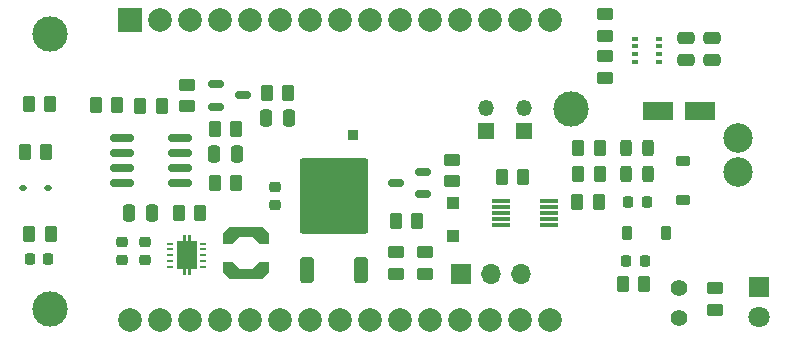
<source format=gbr>
%TF.GenerationSoftware,KiCad,Pcbnew,(7.0.0)*%
%TF.CreationDate,2023-04-17T14:45:16+03:00*%
%TF.ProjectId,sensor_system,73656e73-6f72-45f7-9379-7374656d2e6b,rev?*%
%TF.SameCoordinates,Original*%
%TF.FileFunction,Soldermask,Top*%
%TF.FilePolarity,Negative*%
%FSLAX46Y46*%
G04 Gerber Fmt 4.6, Leading zero omitted, Abs format (unit mm)*
G04 Created by KiCad (PCBNEW (7.0.0)) date 2023-04-17 14:45:16*
%MOMM*%
%LPD*%
G01*
G04 APERTURE LIST*
G04 Aperture macros list*
%AMRoundRect*
0 Rectangle with rounded corners*
0 $1 Rounding radius*
0 $2 $3 $4 $5 $6 $7 $8 $9 X,Y pos of 4 corners*
0 Add a 4 corners polygon primitive as box body*
4,1,4,$2,$3,$4,$5,$6,$7,$8,$9,$2,$3,0*
0 Add four circle primitives for the rounded corners*
1,1,$1+$1,$2,$3*
1,1,$1+$1,$4,$5*
1,1,$1+$1,$6,$7*
1,1,$1+$1,$8,$9*
0 Add four rect primitives between the rounded corners*
20,1,$1+$1,$2,$3,$4,$5,0*
20,1,$1+$1,$4,$5,$6,$7,0*
20,1,$1+$1,$6,$7,$8,$9,0*
20,1,$1+$1,$8,$9,$2,$3,0*%
%AMFreePoly0*
4,1,21,-0.125000,1.200000,0.125000,1.200000,0.125000,1.700000,0.375000,1.700000,0.375000,1.200000,0.825000,1.200000,0.825000,-1.200000,0.375000,-1.200000,0.375000,-1.700000,0.125000,-1.700000,0.125000,-1.200000,-0.125000,-1.200000,-0.125000,-1.700000,-0.375000,-1.700000,-0.375000,-1.200000,-0.825000,-1.200000,-0.825000,1.200000,-0.375000,1.200000,-0.375000,1.700000,-0.125000,1.700000,
-0.125000,1.200000,-0.125000,1.200000,$1*%
%AMFreePoly1*
4,1,11,1.015000,1.170000,0.435000,0.575000,0.435000,-0.575000,1.015000,-1.170000,1.015000,-1.945000,0.125000,-1.945000,-0.435000,-1.395000,-0.435000,1.395000,0.125000,1.945000,1.015000,1.945000,1.015000,1.170000,1.015000,1.170000,$1*%
%AMFreePoly2*
4,1,11,0.435000,1.395000,0.435000,-1.395000,-0.125000,-1.945000,-1.015000,-1.945000,-1.015000,-1.170000,-0.435000,-0.575000,-0.435000,0.575000,-1.015000,1.170000,-1.015000,1.945000,-0.125000,1.945000,0.435000,1.395000,0.435000,1.395000,$1*%
G04 Aperture macros list end*
%ADD10R,0.850000X0.850000*%
%ADD11RoundRect,0.250000X0.262500X0.450000X-0.262500X0.450000X-0.262500X-0.450000X0.262500X-0.450000X0*%
%ADD12RoundRect,0.250000X-0.450000X0.262500X-0.450000X-0.262500X0.450000X-0.262500X0.450000X0.262500X0*%
%ADD13R,1.498600X0.304800*%
%ADD14RoundRect,0.225000X0.375000X-0.225000X0.375000X0.225000X-0.375000X0.225000X-0.375000X-0.225000X0*%
%ADD15RoundRect,0.250000X-0.262500X-0.450000X0.262500X-0.450000X0.262500X0.450000X-0.262500X0.450000X0*%
%ADD16RoundRect,0.250000X0.475000X-0.250000X0.475000X0.250000X-0.475000X0.250000X-0.475000X-0.250000X0*%
%ADD17RoundRect,0.225000X-0.225000X-0.375000X0.225000X-0.375000X0.225000X0.375000X-0.225000X0.375000X0*%
%ADD18RoundRect,0.225000X0.250000X-0.225000X0.250000X0.225000X-0.250000X0.225000X-0.250000X-0.225000X0*%
%ADD19C,3.000000*%
%ADD20R,0.500000X0.350000*%
%ADD21R,1.700000X1.700000*%
%ADD22O,1.700000X1.700000*%
%ADD23RoundRect,0.243750X-0.243750X-0.456250X0.243750X-0.456250X0.243750X0.456250X-0.243750X0.456250X0*%
%ADD24RoundRect,0.250000X0.450000X-0.262500X0.450000X0.262500X-0.450000X0.262500X-0.450000X-0.262500X0*%
%ADD25RoundRect,0.250000X0.250000X0.475000X-0.250000X0.475000X-0.250000X-0.475000X0.250000X-0.475000X0*%
%ADD26R,1.350000X1.350000*%
%ADD27O,1.350000X1.350000*%
%ADD28C,1.400000*%
%ADD29RoundRect,0.250000X-0.250000X-0.475000X0.250000X-0.475000X0.250000X0.475000X-0.250000X0.475000X0*%
%ADD30R,0.600000X0.240000*%
%ADD31FreePoly0,180.000000*%
%ADD32RoundRect,0.218750X-0.218750X-0.256250X0.218750X-0.256250X0.218750X0.256250X-0.218750X0.256250X0*%
%ADD33FreePoly1,270.000000*%
%ADD34FreePoly2,270.000000*%
%ADD35RoundRect,0.250000X0.350000X-0.850000X0.350000X0.850000X-0.350000X0.850000X-0.350000X-0.850000X0*%
%ADD36RoundRect,0.249997X2.650003X-2.950003X2.650003X2.950003X-2.650003X2.950003X-2.650003X-2.950003X0*%
%ADD37RoundRect,0.150000X-0.512500X-0.150000X0.512500X-0.150000X0.512500X0.150000X-0.512500X0.150000X0*%
%ADD38RoundRect,0.225000X-0.225000X-0.250000X0.225000X-0.250000X0.225000X0.250000X-0.225000X0.250000X0*%
%ADD39RoundRect,0.250000X0.300000X-0.300000X0.300000X0.300000X-0.300000X0.300000X-0.300000X-0.300000X0*%
%ADD40R,1.800000X1.800000*%
%ADD41C,1.800000*%
%ADD42RoundRect,0.112500X0.187500X0.112500X-0.187500X0.112500X-0.187500X-0.112500X0.187500X-0.112500X0*%
%ADD43RoundRect,0.250000X-1.050000X-0.550000X1.050000X-0.550000X1.050000X0.550000X-1.050000X0.550000X0*%
%ADD44RoundRect,0.218750X0.218750X0.256250X-0.218750X0.256250X-0.218750X-0.256250X0.218750X-0.256250X0*%
%ADD45RoundRect,0.150000X0.512500X0.150000X-0.512500X0.150000X-0.512500X-0.150000X0.512500X-0.150000X0*%
%ADD46RoundRect,0.150000X-0.825000X-0.150000X0.825000X-0.150000X0.825000X0.150000X-0.825000X0.150000X0*%
%ADD47R,2.000000X2.000000*%
%ADD48C,2.000000*%
%ADD49C,2.500000*%
G04 APERTURE END LIST*
D10*
%TO.C,TP1*%
X123449999Y-35399999D03*
%TD*%
D11*
%TO.C,R3*%
X107312500Y-32900000D03*
X105487500Y-32900000D03*
%TD*%
D12*
%TO.C,R17*%
X144800000Y-28687500D03*
X144800000Y-30512500D03*
%TD*%
D13*
%TO.C,U3*%
X140107399Y-42940599D03*
X140107399Y-42457999D03*
X140107399Y-41949999D03*
X140107399Y-41441999D03*
X140107399Y-40959399D03*
X135992599Y-40959399D03*
X135992599Y-41441999D03*
X135992599Y-41949999D03*
X135992599Y-42457999D03*
X135992599Y-42940599D03*
%TD*%
D14*
%TO.C,D3*%
X151400000Y-40900000D03*
X151400000Y-37600000D03*
%TD*%
D15*
%TO.C,C7*%
X111787500Y-39450000D03*
X113612500Y-39450000D03*
%TD*%
D16*
%TO.C,C11*%
X151700000Y-29050000D03*
X151700000Y-27150000D03*
%TD*%
D11*
%TO.C,R5*%
X144362500Y-36450000D03*
X142537500Y-36450000D03*
%TD*%
D17*
%TO.C,D4*%
X146700000Y-43650000D03*
X150000000Y-43650000D03*
%TD*%
D18*
%TO.C,C13*%
X116900000Y-41275000D03*
X116900000Y-39725000D03*
%TD*%
D15*
%TO.C,R12*%
X127087500Y-42650000D03*
X128912500Y-42650000D03*
%TD*%
D19*
%TO.C,*%
X97850000Y-50100000D03*
%TD*%
D18*
%TO.C,C15*%
X105900000Y-45975000D03*
X105900000Y-44425000D03*
%TD*%
D20*
%TO.C,U4*%
X147349999Y-29149999D03*
X147349999Y-28499999D03*
X147349999Y-27849999D03*
X147349999Y-27199999D03*
X149399999Y-27199999D03*
X149399999Y-27849999D03*
X149399999Y-28499999D03*
X149399999Y-29149999D03*
%TD*%
D15*
%TO.C,R2*%
X95700000Y-36825000D03*
X97525000Y-36825000D03*
%TD*%
D21*
%TO.C,SW1*%
X132659999Y-47149999D03*
D22*
X135199999Y-47149999D03*
X137739999Y-47149999D03*
%TD*%
D23*
%TO.C,D6*%
X146562500Y-38700000D03*
X148437500Y-38700000D03*
%TD*%
D24*
%TO.C,R9*%
X129550000Y-47112500D03*
X129550000Y-45287500D03*
%TD*%
D11*
%TO.C,R7*%
X144312500Y-41000000D03*
X142487500Y-41000000D03*
%TD*%
D25*
%TO.C,C10*%
X106450000Y-42000000D03*
X104550000Y-42000000D03*
%TD*%
D26*
%TO.C,TH1*%
X137999999Y-35049999D03*
D27*
X137999999Y-33049999D03*
%TD*%
D12*
%TO.C,R13*%
X154150000Y-48337500D03*
X154150000Y-50162500D03*
%TD*%
D15*
%TO.C,C6*%
X116187500Y-31800000D03*
X118012500Y-31800000D03*
%TD*%
D12*
%TO.C,C4*%
X109450000Y-31087500D03*
X109450000Y-32912500D03*
%TD*%
D28*
%TO.C,J2*%
X151050000Y-50850000D03*
X151050000Y-48310000D03*
%TD*%
D29*
%TO.C,C2*%
X111750000Y-37000000D03*
X113650000Y-37000000D03*
%TD*%
D11*
%TO.C,R6*%
X144362500Y-38700000D03*
X142537500Y-38700000D03*
%TD*%
D15*
%TO.C,R14*%
X146337500Y-47950000D03*
X148162500Y-47950000D03*
%TD*%
D19*
%TO.C,*%
X97850000Y-26800000D03*
%TD*%
D24*
%TO.C,R11*%
X131900000Y-39262500D03*
X131900000Y-37437500D03*
%TD*%
D18*
%TO.C,C14*%
X103900000Y-45975000D03*
X103900000Y-44425000D03*
%TD*%
D30*
%TO.C,U7*%
X110799999Y-46549999D03*
X110799999Y-46049999D03*
X110799999Y-45549999D03*
X110799999Y-45049999D03*
X110799999Y-44549999D03*
X107999999Y-44549999D03*
X107999999Y-45049999D03*
X107999999Y-45549999D03*
X107999999Y-46049999D03*
X107999999Y-46549999D03*
D31*
X109400000Y-45550000D03*
%TD*%
D32*
%TO.C,D7*%
X146762500Y-41000000D03*
X148337500Y-41000000D03*
%TD*%
D33*
%TO.C,L2*%
X114450000Y-43600000D03*
D34*
X114450000Y-47130000D03*
%TD*%
D16*
%TO.C,C12*%
X153900000Y-29050000D03*
X153900000Y-27150000D03*
%TD*%
D35*
%TO.C,Q2*%
X119590000Y-46800000D03*
D36*
X121870000Y-40500000D03*
D35*
X124150000Y-46800000D03*
%TD*%
D37*
%TO.C,U2*%
X111862500Y-31050000D03*
X111862500Y-32950000D03*
X114137500Y-32000000D03*
%TD*%
D15*
%TO.C,R4*%
X101687500Y-32800000D03*
X103512500Y-32800000D03*
%TD*%
D23*
%TO.C,D5*%
X146562500Y-36450000D03*
X148437500Y-36450000D03*
%TD*%
D24*
%TO.C,R15*%
X144800000Y-26962500D03*
X144800000Y-25137500D03*
%TD*%
D38*
%TO.C,C3*%
X96125000Y-45825000D03*
X97675000Y-45825000D03*
%TD*%
D39*
%TO.C,D8*%
X131950000Y-43950000D03*
X131950000Y-41150000D03*
%TD*%
D19*
%TO.C,*%
X141900000Y-33150000D03*
%TD*%
D40*
%TO.C,D9*%
X157899999Y-48229999D03*
D41*
X157900000Y-50770000D03*
%TD*%
D15*
%TO.C,R1*%
X96087500Y-43750000D03*
X97912500Y-43750000D03*
%TD*%
D42*
%TO.C,D1*%
X97662500Y-39825000D03*
X95562500Y-39825000D03*
%TD*%
D11*
%TO.C,R8*%
X137912500Y-38950000D03*
X136087500Y-38950000D03*
%TD*%
D43*
%TO.C,C9*%
X149300000Y-33350000D03*
X152900000Y-33350000D03*
%TD*%
D11*
%TO.C,R16*%
X110550000Y-41950000D03*
X108725000Y-41950000D03*
%TD*%
D26*
%TO.C,BT1*%
X134749999Y-35049999D03*
D27*
X134749999Y-33049999D03*
%TD*%
D44*
%TO.C,D10*%
X148187500Y-46050000D03*
X146612500Y-46050000D03*
%TD*%
D29*
%TO.C,C8*%
X116150000Y-33900000D03*
X118050000Y-33900000D03*
%TD*%
D15*
%TO.C,C5*%
X96037500Y-32700000D03*
X97862500Y-32700000D03*
%TD*%
D45*
%TO.C,Q1*%
X129400000Y-40350000D03*
X129400000Y-38450000D03*
X127125000Y-39400000D03*
%TD*%
D24*
%TO.C,R10*%
X127100000Y-47112500D03*
X127100000Y-45287500D03*
%TD*%
D15*
%TO.C,C1*%
X111787500Y-34850000D03*
X113612500Y-34850000D03*
%TD*%
D46*
%TO.C,U1*%
X103900000Y-35640000D03*
X103900000Y-36910000D03*
X103900000Y-38180000D03*
X103900000Y-39450000D03*
X108850000Y-39450000D03*
X108850000Y-38180000D03*
X108850000Y-36910000D03*
X108850000Y-35640000D03*
%TD*%
D47*
%TO.C,U5*%
X104609999Y-25629999D03*
D48*
X107150000Y-25630000D03*
X109690000Y-25630000D03*
X112230000Y-25630000D03*
X114770000Y-25630000D03*
X117310000Y-25630000D03*
X119850000Y-25630000D03*
X122390000Y-25630000D03*
X124930000Y-25630000D03*
X127470000Y-25630000D03*
X130010000Y-25630000D03*
X132550000Y-25630000D03*
X135090000Y-25630000D03*
X137630000Y-25630000D03*
X140170000Y-25630000D03*
X140170000Y-51030000D03*
X137630000Y-51030000D03*
X135090000Y-51030000D03*
X132550000Y-51030000D03*
X130010000Y-51030000D03*
X127470000Y-51030000D03*
X124930000Y-51030000D03*
X122390000Y-51030000D03*
X119850000Y-51030000D03*
X117310000Y-51030000D03*
X114770000Y-51030000D03*
X112230000Y-51030000D03*
X109690000Y-51030000D03*
X107150000Y-51030000D03*
X104610000Y-51030000D03*
%TD*%
D49*
%TO.C,J1*%
X156100000Y-38490000D03*
X156100000Y-35650000D03*
%TD*%
M02*

</source>
